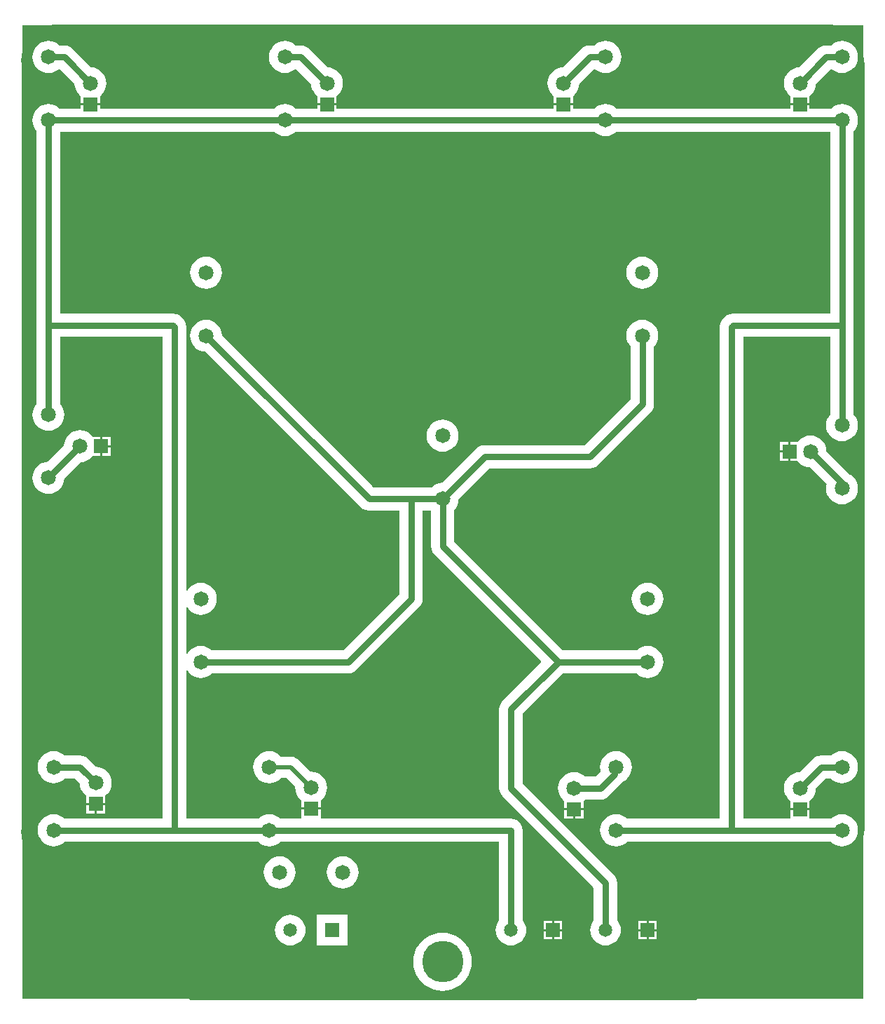
<source format=gbl>
G04*
G04 #@! TF.GenerationSoftware,Altium Limited,Altium Designer,20.1.11 (218)*
G04*
G04 Layer_Physical_Order=2*
G04 Layer_Color=16711680*
%FSLAX24Y24*%
%MOIN*%
G70*
G04*
G04 #@! TF.SameCoordinates,6E5F219A-F95A-408D-A6A4-F8ABCC739CFB*
G04*
G04*
G04 #@! TF.FilePolarity,Positive*
G04*
G01*
G75*
%ADD11C,0.0300*%
%ADD12C,0.0100*%
%ADD13C,0.0200*%
%ADD14C,0.0715*%
%ADD15R,0.0715X0.0715*%
%ADD16R,0.0715X0.0715*%
%ADD17C,0.0650*%
%ADD18R,0.0650X0.0650*%
%ADD19C,0.1969*%
G36*
X121750Y161500D02*
X81750D01*
Y207750D01*
X121750D01*
Y161500D01*
D02*
G37*
%LPC*%
G36*
X109500Y207011D02*
X109352Y206996D01*
X109209Y206953D01*
X109077Y206883D01*
X108982Y206805D01*
X108750D01*
X108750Y206805D01*
X108606Y206786D01*
X108473Y206730D01*
X108358Y206642D01*
X107474Y205758D01*
X107352Y205746D01*
X107209Y205703D01*
X107077Y205633D01*
X106962Y205538D01*
X106867Y205423D01*
X106797Y205291D01*
X106754Y205148D01*
X106739Y205000D01*
X106754Y204852D01*
X106797Y204709D01*
X106867Y204577D01*
X106962Y204462D01*
X107043Y204396D01*
Y204050D01*
X107500D01*
X107957D01*
Y204396D01*
X108038Y204462D01*
X108133Y204577D01*
X108203Y204709D01*
X108246Y204852D01*
X108258Y204974D01*
X108980Y205695D01*
X108982D01*
X109077Y205617D01*
X109209Y205547D01*
X109352Y205504D01*
X109500Y205489D01*
X109648Y205504D01*
X109791Y205547D01*
X109923Y205617D01*
X110038Y205712D01*
X110133Y205827D01*
X110203Y205959D01*
X110246Y206102D01*
X110261Y206250D01*
X110246Y206398D01*
X110203Y206541D01*
X110133Y206673D01*
X110038Y206788D01*
X109923Y206883D01*
X109791Y206953D01*
X109648Y206996D01*
X109500Y207011D01*
D02*
G37*
G36*
X120750Y207011D02*
X120602Y206996D01*
X120459Y206953D01*
X120327Y206883D01*
X120232Y206805D01*
X120000D01*
X119856Y206786D01*
X119723Y206730D01*
X119608Y206642D01*
X119608Y206642D01*
X118724Y205758D01*
X118602Y205746D01*
X118459Y205703D01*
X118327Y205633D01*
X118212Y205538D01*
X118117Y205423D01*
X118047Y205291D01*
X118004Y205148D01*
X117989Y205000D01*
X118004Y204852D01*
X118047Y204709D01*
X118117Y204577D01*
X118212Y204462D01*
X118293Y204396D01*
Y204050D01*
X118750D01*
X119207D01*
Y204396D01*
X119288Y204462D01*
X119383Y204577D01*
X119453Y204709D01*
X119496Y204852D01*
X119508Y204974D01*
X120230Y205695D01*
X120232D01*
X120327Y205617D01*
X120459Y205547D01*
X120602Y205504D01*
X120750Y205489D01*
X120898Y205504D01*
X121041Y205547D01*
X121173Y205617D01*
X121288Y205712D01*
X121383Y205827D01*
X121453Y205959D01*
X121496Y206102D01*
X121511Y206250D01*
X121496Y206398D01*
X121453Y206541D01*
X121383Y206673D01*
X121288Y206788D01*
X121173Y206883D01*
X121041Y206953D01*
X120898Y206996D01*
X120750Y207011D01*
D02*
G37*
G36*
X94250Y207011D02*
X94102Y206996D01*
X93959Y206953D01*
X93827Y206883D01*
X93712Y206788D01*
X93617Y206673D01*
X93547Y206541D01*
X93504Y206398D01*
X93489Y206250D01*
X93504Y206102D01*
X93547Y205959D01*
X93617Y205827D01*
X93712Y205712D01*
X93827Y205617D01*
X93959Y205547D01*
X94102Y205504D01*
X94250Y205489D01*
X94398Y205504D01*
X94541Y205547D01*
X94673Y205617D01*
X94768Y205695D01*
X94770D01*
X95492Y204974D01*
X95504Y204852D01*
X95547Y204709D01*
X95617Y204577D01*
X95712Y204462D01*
X95793Y204396D01*
Y204050D01*
X96250D01*
X96707D01*
Y204396D01*
X96788Y204462D01*
X96883Y204577D01*
X96953Y204709D01*
X96996Y204852D01*
X97011Y205000D01*
X96996Y205148D01*
X96953Y205291D01*
X96883Y205423D01*
X96788Y205538D01*
X96673Y205633D01*
X96541Y205703D01*
X96398Y205746D01*
X96276Y205758D01*
X95392Y206642D01*
X95277Y206730D01*
X95144Y206786D01*
X95000Y206805D01*
X94768D01*
X94673Y206883D01*
X94541Y206953D01*
X94398Y206996D01*
X94250Y207011D01*
D02*
G37*
G36*
X83000D02*
X82852Y206996D01*
X82709Y206953D01*
X82577Y206883D01*
X82462Y206788D01*
X82367Y206673D01*
X82297Y206541D01*
X82254Y206398D01*
X82239Y206250D01*
X82254Y206102D01*
X82297Y205959D01*
X82367Y205827D01*
X82462Y205712D01*
X82577Y205617D01*
X82709Y205547D01*
X82852Y205504D01*
X83000Y205489D01*
X83148Y205504D01*
X83291Y205547D01*
X83423Y205617D01*
X83518Y205695D01*
X83520D01*
X84242Y204974D01*
X84254Y204852D01*
X84297Y204709D01*
X84367Y204577D01*
X84462Y204462D01*
X84543Y204396D01*
Y204050D01*
X85000D01*
X85457D01*
Y204396D01*
X85538Y204462D01*
X85633Y204577D01*
X85703Y204709D01*
X85746Y204852D01*
X85761Y205000D01*
X85746Y205148D01*
X85703Y205291D01*
X85633Y205423D01*
X85538Y205538D01*
X85423Y205633D01*
X85291Y205703D01*
X85148Y205746D01*
X85026Y205758D01*
X84142Y206642D01*
X84027Y206730D01*
X83894Y206786D01*
X83750Y206805D01*
X83518D01*
X83423Y206883D01*
X83291Y206953D01*
X83148Y206996D01*
X83000Y207011D01*
D02*
G37*
G36*
X120750Y204011D02*
X120602Y203996D01*
X120459Y203953D01*
X120327Y203883D01*
X120232Y203805D01*
X119207D01*
Y203950D01*
X118750D01*
X118293D01*
Y203805D01*
X110018D01*
X109923Y203883D01*
X109791Y203953D01*
X109648Y203996D01*
X109500Y204011D01*
X109352Y203996D01*
X109209Y203953D01*
X109077Y203883D01*
X108982Y203805D01*
X107957D01*
Y203950D01*
X107500D01*
X107043D01*
Y203805D01*
X96707D01*
Y203950D01*
X96250D01*
X95793D01*
Y203805D01*
X94768D01*
X94673Y203883D01*
X94541Y203953D01*
X94398Y203996D01*
X94250Y204011D01*
X94102Y203996D01*
X93959Y203953D01*
X93827Y203883D01*
X93732Y203805D01*
X85457D01*
Y203950D01*
X85000D01*
X84543D01*
Y203805D01*
X83518D01*
X83423Y203883D01*
X83291Y203953D01*
X83148Y203996D01*
X83000Y204011D01*
X82852Y203996D01*
X82709Y203953D01*
X82577Y203883D01*
X82462Y203788D01*
X82367Y203673D01*
X82297Y203541D01*
X82254Y203398D01*
X82239Y203250D01*
X82254Y203102D01*
X82297Y202959D01*
X82367Y202827D01*
X82445Y202732D01*
Y193500D01*
Y189768D01*
X82367Y189673D01*
X82297Y189541D01*
X82254Y189398D01*
X82239Y189250D01*
X82254Y189102D01*
X82297Y188959D01*
X82367Y188827D01*
X82462Y188712D01*
X82577Y188617D01*
X82709Y188547D01*
X82852Y188504D01*
X83000Y188489D01*
X83148Y188504D01*
X83291Y188547D01*
X83423Y188617D01*
X83538Y188712D01*
X83633Y188827D01*
X83703Y188959D01*
X83746Y189102D01*
X83761Y189250D01*
X83746Y189398D01*
X83703Y189541D01*
X83633Y189673D01*
X83555Y189768D01*
Y192945D01*
X88445D01*
Y170055D01*
X83768D01*
X83673Y170133D01*
X83541Y170203D01*
X83398Y170246D01*
X83250Y170261D01*
X83102Y170246D01*
X82959Y170203D01*
X82827Y170133D01*
X82712Y170038D01*
X82617Y169923D01*
X82547Y169791D01*
X82504Y169648D01*
X82489Y169500D01*
X82504Y169352D01*
X82547Y169209D01*
X82617Y169077D01*
X82712Y168962D01*
X82827Y168867D01*
X82959Y168797D01*
X83102Y168754D01*
X83250Y168739D01*
X83398Y168754D01*
X83541Y168797D01*
X83673Y168867D01*
X83768Y168945D01*
X92982D01*
X93077Y168867D01*
X93209Y168797D01*
X93352Y168754D01*
X93500Y168739D01*
X93648Y168754D01*
X93791Y168797D01*
X93923Y168867D01*
X94018Y168945D01*
X104445D01*
Y165217D01*
X104394Y165155D01*
X104327Y165029D01*
X104286Y164892D01*
X104272Y164750D01*
X104286Y164608D01*
X104327Y164471D01*
X104394Y164345D01*
X104485Y164235D01*
X104595Y164144D01*
X104721Y164077D01*
X104858Y164036D01*
X105000Y164022D01*
X105142Y164036D01*
X105279Y164077D01*
X105405Y164144D01*
X105515Y164235D01*
X105606Y164345D01*
X105673Y164471D01*
X105714Y164608D01*
X105728Y164750D01*
X105714Y164892D01*
X105673Y165029D01*
X105606Y165155D01*
X105555Y165217D01*
Y169500D01*
X105536Y169644D01*
X105480Y169777D01*
X105392Y169892D01*
X105277Y169980D01*
X105144Y170036D01*
X105000Y170055D01*
X96001D01*
X95957Y170071D01*
X95957Y170105D01*
Y170478D01*
X95500D01*
X95043D01*
Y170105D01*
X95043Y170071D01*
X94999Y170055D01*
X94018D01*
X93923Y170133D01*
X93791Y170203D01*
X93648Y170246D01*
X93500Y170261D01*
X93352Y170246D01*
X93209Y170203D01*
X93077Y170133D01*
X92982Y170055D01*
X89555D01*
Y177091D01*
X89603Y177104D01*
X89617Y177077D01*
X89712Y176962D01*
X89827Y176867D01*
X89959Y176797D01*
X90102Y176754D01*
X90250Y176739D01*
X90398Y176754D01*
X90541Y176797D01*
X90673Y176867D01*
X90768Y176945D01*
X97250D01*
X97394Y176964D01*
X97527Y177020D01*
X97642Y177108D01*
X100642Y180108D01*
X100642Y180108D01*
X100730Y180223D01*
X100786Y180356D01*
X100805Y180500D01*
X100805Y180500D01*
Y184695D01*
X101195D01*
Y183000D01*
X101214Y182856D01*
X101270Y182723D01*
X101358Y182608D01*
X106465Y177500D01*
X104608Y175642D01*
X104520Y175527D01*
X104464Y175394D01*
X104445Y175250D01*
Y171500D01*
X104464Y171356D01*
X104520Y171223D01*
X104608Y171108D01*
X108945Y166770D01*
Y165217D01*
X108894Y165155D01*
X108827Y165029D01*
X108786Y164892D01*
X108772Y164750D01*
X108786Y164608D01*
X108827Y164471D01*
X108894Y164345D01*
X108985Y164235D01*
X109095Y164144D01*
X109221Y164077D01*
X109358Y164036D01*
X109500Y164022D01*
X109642Y164036D01*
X109779Y164077D01*
X109905Y164144D01*
X110015Y164235D01*
X110106Y164345D01*
X110173Y164471D01*
X110214Y164608D01*
X110228Y164750D01*
X110214Y164892D01*
X110173Y165029D01*
X110106Y165155D01*
X110055Y165217D01*
Y167000D01*
X110036Y167144D01*
X109980Y167277D01*
X109892Y167392D01*
X105555Y171730D01*
Y175020D01*
X107480Y176945D01*
X110982D01*
X111077Y176867D01*
X111209Y176797D01*
X111352Y176754D01*
X111500Y176739D01*
X111648Y176754D01*
X111791Y176797D01*
X111923Y176867D01*
X112038Y176962D01*
X112133Y177077D01*
X112203Y177209D01*
X112246Y177352D01*
X112261Y177500D01*
X112246Y177648D01*
X112203Y177791D01*
X112133Y177923D01*
X112038Y178038D01*
X111923Y178133D01*
X111791Y178203D01*
X111648Y178246D01*
X111500Y178261D01*
X111352Y178246D01*
X111209Y178203D01*
X111077Y178133D01*
X110982Y178055D01*
X107480D01*
X102305Y183230D01*
Y184732D01*
X102383Y184827D01*
X102453Y184959D01*
X102496Y185102D01*
X102508Y185224D01*
X103980Y186695D01*
X108750D01*
X108894Y186714D01*
X109027Y186770D01*
X109142Y186858D01*
X111642Y189358D01*
X111730Y189473D01*
X111786Y189606D01*
X111805Y189750D01*
X111805Y189750D01*
Y192482D01*
X111883Y192577D01*
X111953Y192709D01*
X111996Y192852D01*
X112011Y193000D01*
X111996Y193148D01*
X111953Y193291D01*
X111883Y193423D01*
X111788Y193538D01*
X111673Y193633D01*
X111541Y193703D01*
X111398Y193746D01*
X111250Y193761D01*
X111102Y193746D01*
X110959Y193703D01*
X110827Y193633D01*
X110712Y193538D01*
X110617Y193423D01*
X110547Y193291D01*
X110504Y193148D01*
X110489Y193000D01*
X110504Y192852D01*
X110547Y192709D01*
X110617Y192577D01*
X110695Y192482D01*
Y189980D01*
X108520Y187805D01*
X103750D01*
X103606Y187786D01*
X103473Y187730D01*
X103358Y187642D01*
X101724Y186008D01*
X101602Y185996D01*
X101459Y185953D01*
X101327Y185883D01*
X101232Y185805D01*
X98480D01*
X91258Y193026D01*
X91246Y193148D01*
X91203Y193291D01*
X91133Y193423D01*
X91038Y193538D01*
X90923Y193633D01*
X90791Y193703D01*
X90648Y193746D01*
X90500Y193761D01*
X90352Y193746D01*
X90209Y193703D01*
X90077Y193633D01*
X89962Y193538D01*
X89867Y193423D01*
X89797Y193291D01*
X89754Y193148D01*
X89739Y193000D01*
X89754Y192852D01*
X89797Y192709D01*
X89867Y192577D01*
X89962Y192462D01*
X90077Y192367D01*
X90209Y192297D01*
X90352Y192254D01*
X90474Y192242D01*
X97858Y184858D01*
X97973Y184770D01*
X98106Y184714D01*
X98250Y184695D01*
X99695D01*
Y180730D01*
X97020Y178055D01*
X90768D01*
X90673Y178133D01*
X90541Y178203D01*
X90398Y178246D01*
X90250Y178261D01*
X90102Y178246D01*
X89959Y178203D01*
X89827Y178133D01*
X89712Y178038D01*
X89617Y177923D01*
X89603Y177896D01*
X89555Y177909D01*
Y180091D01*
X89603Y180104D01*
X89617Y180077D01*
X89712Y179962D01*
X89827Y179867D01*
X89959Y179797D01*
X90102Y179754D01*
X90250Y179739D01*
X90398Y179754D01*
X90541Y179797D01*
X90673Y179867D01*
X90788Y179962D01*
X90883Y180077D01*
X90953Y180209D01*
X90996Y180352D01*
X91011Y180500D01*
X90996Y180648D01*
X90953Y180791D01*
X90883Y180923D01*
X90788Y181038D01*
X90673Y181133D01*
X90541Y181203D01*
X90398Y181246D01*
X90250Y181261D01*
X90102Y181246D01*
X89959Y181203D01*
X89827Y181133D01*
X89712Y181038D01*
X89617Y180923D01*
X89603Y180896D01*
X89555Y180909D01*
Y193441D01*
X89536Y193585D01*
X89480Y193719D01*
X89392Y193834D01*
X89359Y193859D01*
X89334Y193892D01*
X89219Y193980D01*
X89085Y194036D01*
X88941Y194055D01*
X83555D01*
Y202695D01*
X93732D01*
X93827Y202617D01*
X93959Y202547D01*
X94102Y202504D01*
X94250Y202489D01*
X94398Y202504D01*
X94541Y202547D01*
X94673Y202617D01*
X94768Y202695D01*
X108982D01*
X109077Y202617D01*
X109209Y202547D01*
X109352Y202504D01*
X109500Y202489D01*
X109648Y202504D01*
X109791Y202547D01*
X109923Y202617D01*
X110018Y202695D01*
X120195D01*
Y194055D01*
X115559D01*
X115415Y194036D01*
X115281Y193980D01*
X115166Y193892D01*
X115141Y193859D01*
X115108Y193834D01*
X115020Y193719D01*
X114964Y193585D01*
X114945Y193441D01*
Y170055D01*
X110518D01*
X110423Y170133D01*
X110291Y170203D01*
X110148Y170246D01*
X110000Y170261D01*
X109852Y170246D01*
X109709Y170203D01*
X109577Y170133D01*
X109462Y170038D01*
X109367Y169923D01*
X109297Y169791D01*
X109254Y169648D01*
X109239Y169500D01*
X109254Y169352D01*
X109297Y169209D01*
X109367Y169077D01*
X109462Y168962D01*
X109577Y168867D01*
X109709Y168797D01*
X109852Y168754D01*
X110000Y168739D01*
X110148Y168754D01*
X110291Y168797D01*
X110423Y168867D01*
X110518Y168945D01*
X120232D01*
X120327Y168867D01*
X120459Y168797D01*
X120602Y168754D01*
X120750Y168739D01*
X120898Y168754D01*
X121041Y168797D01*
X121173Y168867D01*
X121288Y168962D01*
X121383Y169077D01*
X121453Y169209D01*
X121496Y169352D01*
X121511Y169500D01*
X121496Y169648D01*
X121453Y169791D01*
X121383Y169923D01*
X121288Y170038D01*
X121173Y170133D01*
X121041Y170203D01*
X120898Y170246D01*
X120750Y170261D01*
X120602Y170246D01*
X120459Y170203D01*
X120327Y170133D01*
X120232Y170055D01*
X119207D01*
Y170450D01*
X118750D01*
X118293D01*
Y170055D01*
X116055D01*
Y192945D01*
X120195D01*
Y189268D01*
X120117Y189173D01*
X120047Y189041D01*
X120004Y188898D01*
X119989Y188750D01*
X120004Y188602D01*
X120047Y188459D01*
X120117Y188327D01*
X120212Y188212D01*
X120327Y188117D01*
X120459Y188047D01*
X120602Y188004D01*
X120750Y187989D01*
X120898Y188004D01*
X121041Y188047D01*
X121173Y188117D01*
X121288Y188212D01*
X121383Y188327D01*
X121453Y188459D01*
X121496Y188602D01*
X121511Y188750D01*
X121496Y188898D01*
X121453Y189041D01*
X121383Y189173D01*
X121305Y189268D01*
Y193500D01*
Y202732D01*
X121383Y202827D01*
X121453Y202959D01*
X121496Y203102D01*
X121511Y203250D01*
X121496Y203398D01*
X121453Y203541D01*
X121383Y203673D01*
X121288Y203788D01*
X121173Y203883D01*
X121041Y203953D01*
X120898Y203996D01*
X120750Y204011D01*
D02*
G37*
G36*
X111250Y196761D02*
X111102Y196746D01*
X110959Y196703D01*
X110827Y196633D01*
X110712Y196538D01*
X110617Y196423D01*
X110547Y196291D01*
X110504Y196148D01*
X110489Y196000D01*
X110504Y195852D01*
X110547Y195709D01*
X110617Y195577D01*
X110712Y195462D01*
X110827Y195367D01*
X110959Y195297D01*
X111102Y195254D01*
X111250Y195239D01*
X111398Y195254D01*
X111541Y195297D01*
X111673Y195367D01*
X111788Y195462D01*
X111883Y195577D01*
X111953Y195709D01*
X111996Y195852D01*
X112011Y196000D01*
X111996Y196148D01*
X111953Y196291D01*
X111883Y196423D01*
X111788Y196538D01*
X111673Y196633D01*
X111541Y196703D01*
X111398Y196746D01*
X111250Y196761D01*
D02*
G37*
G36*
X90500D02*
X90352Y196746D01*
X90209Y196703D01*
X90077Y196633D01*
X89962Y196538D01*
X89867Y196423D01*
X89797Y196291D01*
X89754Y196148D01*
X89739Y196000D01*
X89754Y195852D01*
X89797Y195709D01*
X89867Y195577D01*
X89962Y195462D01*
X90077Y195367D01*
X90209Y195297D01*
X90352Y195254D01*
X90500Y195239D01*
X90648Y195254D01*
X90791Y195297D01*
X90923Y195367D01*
X91038Y195462D01*
X91133Y195577D01*
X91203Y195709D01*
X91246Y195852D01*
X91261Y196000D01*
X91246Y196148D01*
X91203Y196291D01*
X91133Y196423D01*
X91038Y196538D01*
X90923Y196633D01*
X90791Y196703D01*
X90648Y196746D01*
X90500Y196761D01*
D02*
G37*
G36*
X85957Y188207D02*
X85550D01*
Y187800D01*
X85957D01*
Y188207D01*
D02*
G37*
G36*
X118200Y187957D02*
X117793D01*
Y187550D01*
X118200D01*
Y187957D01*
D02*
G37*
G36*
X101750Y189011D02*
X101602Y188996D01*
X101459Y188953D01*
X101327Y188883D01*
X101212Y188788D01*
X101117Y188673D01*
X101047Y188541D01*
X101004Y188398D01*
X100989Y188250D01*
X101004Y188102D01*
X101047Y187959D01*
X101117Y187827D01*
X101212Y187712D01*
X101327Y187617D01*
X101459Y187547D01*
X101602Y187504D01*
X101750Y187489D01*
X101898Y187504D01*
X102041Y187547D01*
X102173Y187617D01*
X102288Y187712D01*
X102383Y187827D01*
X102453Y187959D01*
X102496Y188102D01*
X102511Y188250D01*
X102496Y188398D01*
X102453Y188541D01*
X102383Y188673D01*
X102288Y188788D01*
X102173Y188883D01*
X102041Y188953D01*
X101898Y188996D01*
X101750Y189011D01*
D02*
G37*
G36*
X85957Y187700D02*
X85550D01*
Y187293D01*
X85957D01*
Y187700D01*
D02*
G37*
G36*
X118200Y187450D02*
X117793D01*
Y187043D01*
X118200D01*
Y187450D01*
D02*
G37*
G36*
X84500Y188511D02*
X84352Y188496D01*
X84209Y188453D01*
X84077Y188383D01*
X83962Y188288D01*
X83867Y188173D01*
X83797Y188041D01*
X83754Y187898D01*
X83742Y187776D01*
X82974Y187008D01*
X82852Y186996D01*
X82709Y186953D01*
X82577Y186883D01*
X82462Y186788D01*
X82367Y186673D01*
X82297Y186541D01*
X82254Y186398D01*
X82239Y186250D01*
X82254Y186102D01*
X82297Y185959D01*
X82367Y185827D01*
X82462Y185712D01*
X82577Y185617D01*
X82709Y185547D01*
X82852Y185504D01*
X83000Y185489D01*
X83148Y185504D01*
X83291Y185547D01*
X83423Y185617D01*
X83538Y185712D01*
X83633Y185827D01*
X83703Y185959D01*
X83746Y186102D01*
X83758Y186224D01*
X84526Y186992D01*
X84648Y187004D01*
X84791Y187047D01*
X84923Y187117D01*
X85038Y187212D01*
X85104Y187293D01*
X85450D01*
Y187750D01*
Y188207D01*
X85104D01*
X85038Y188288D01*
X84923Y188383D01*
X84791Y188453D01*
X84648Y188496D01*
X84500Y188511D01*
D02*
G37*
G36*
X119250Y188261D02*
X119102Y188246D01*
X118959Y188203D01*
X118827Y188133D01*
X118712Y188038D01*
X118646Y187957D01*
X118300D01*
Y187500D01*
Y187043D01*
X118646D01*
X118712Y186962D01*
X118827Y186867D01*
X118959Y186797D01*
X119102Y186754D01*
X119224Y186742D01*
X120018Y185947D01*
X120004Y185898D01*
X119989Y185750D01*
X120004Y185602D01*
X120047Y185459D01*
X120117Y185327D01*
X120212Y185212D01*
X120327Y185117D01*
X120459Y185047D01*
X120602Y185004D01*
X120750Y184989D01*
X120898Y185004D01*
X121041Y185047D01*
X121173Y185117D01*
X121288Y185212D01*
X121383Y185327D01*
X121453Y185459D01*
X121496Y185602D01*
X121511Y185750D01*
X121496Y185898D01*
X121453Y186041D01*
X121383Y186173D01*
X121288Y186288D01*
X121173Y186383D01*
X121128Y186407D01*
X120008Y187526D01*
X119996Y187648D01*
X119953Y187791D01*
X119883Y187923D01*
X119788Y188038D01*
X119673Y188133D01*
X119541Y188203D01*
X119398Y188246D01*
X119250Y188261D01*
D02*
G37*
G36*
X111500Y181261D02*
X111352Y181246D01*
X111209Y181203D01*
X111077Y181133D01*
X110962Y181038D01*
X110867Y180923D01*
X110797Y180791D01*
X110754Y180648D01*
X110739Y180500D01*
X110754Y180352D01*
X110797Y180209D01*
X110867Y180077D01*
X110962Y179962D01*
X111077Y179867D01*
X111209Y179797D01*
X111352Y179754D01*
X111500Y179739D01*
X111648Y179754D01*
X111791Y179797D01*
X111923Y179867D01*
X112038Y179962D01*
X112133Y180077D01*
X112203Y180209D01*
X112246Y180352D01*
X112261Y180500D01*
X112246Y180648D01*
X112203Y180791D01*
X112133Y180923D01*
X112038Y181038D01*
X111923Y181133D01*
X111791Y181203D01*
X111648Y181246D01*
X111500Y181261D01*
D02*
G37*
G36*
X120750Y173261D02*
X120602Y173246D01*
X120459Y173203D01*
X120327Y173133D01*
X120232Y173055D01*
X119750D01*
X119750Y173055D01*
X119606Y173036D01*
X119473Y172980D01*
X119358Y172892D01*
X118724Y172258D01*
X118602Y172246D01*
X118459Y172203D01*
X118327Y172133D01*
X118212Y172038D01*
X118117Y171923D01*
X118047Y171791D01*
X118004Y171648D01*
X117989Y171500D01*
X118004Y171352D01*
X118047Y171209D01*
X118117Y171077D01*
X118212Y170962D01*
X118293Y170896D01*
Y170550D01*
X118750D01*
X119207D01*
Y170896D01*
X119288Y170962D01*
X119383Y171077D01*
X119453Y171209D01*
X119496Y171352D01*
X119508Y171474D01*
X119980Y171945D01*
X120232D01*
X120327Y171867D01*
X120459Y171797D01*
X120602Y171754D01*
X120750Y171739D01*
X120898Y171754D01*
X121041Y171797D01*
X121173Y171867D01*
X121288Y171962D01*
X121383Y172077D01*
X121453Y172209D01*
X121496Y172352D01*
X121511Y172500D01*
X121496Y172648D01*
X121453Y172791D01*
X121383Y172923D01*
X121288Y173038D01*
X121173Y173133D01*
X121041Y173203D01*
X120898Y173246D01*
X120750Y173261D01*
D02*
G37*
G36*
X110000D02*
X109852Y173246D01*
X109709Y173203D01*
X109577Y173133D01*
X109462Y173038D01*
X109367Y172923D01*
X109297Y172791D01*
X109254Y172648D01*
X109239Y172500D01*
X109254Y172352D01*
X109268Y172303D01*
X109020Y172055D01*
X108518D01*
X108423Y172133D01*
X108291Y172203D01*
X108148Y172246D01*
X108000Y172261D01*
X107852Y172246D01*
X107709Y172203D01*
X107577Y172133D01*
X107462Y172038D01*
X107367Y171923D01*
X107297Y171791D01*
X107254Y171648D01*
X107239Y171500D01*
X107254Y171352D01*
X107297Y171209D01*
X107367Y171077D01*
X107462Y170962D01*
X107543Y170896D01*
Y170550D01*
X108000D01*
X108457D01*
Y170896D01*
X108518Y170945D01*
X109250D01*
X109394Y170964D01*
X109527Y171020D01*
X109642Y171108D01*
X110313Y171778D01*
X110313Y171778D01*
X110352Y171830D01*
X110423Y171867D01*
X110538Y171962D01*
X110633Y172077D01*
X110703Y172209D01*
X110746Y172352D01*
X110761Y172500D01*
X110746Y172648D01*
X110703Y172791D01*
X110633Y172923D01*
X110538Y173038D01*
X110423Y173133D01*
X110291Y173203D01*
X110148Y173246D01*
X110000Y173261D01*
D02*
G37*
G36*
X83250D02*
X83102Y173246D01*
X82959Y173203D01*
X82827Y173133D01*
X82712Y173038D01*
X82617Y172923D01*
X82547Y172791D01*
X82504Y172648D01*
X82489Y172500D01*
X82504Y172352D01*
X82547Y172209D01*
X82617Y172077D01*
X82712Y171962D01*
X82827Y171867D01*
X82959Y171797D01*
X83102Y171754D01*
X83250Y171739D01*
X83398Y171754D01*
X83541Y171797D01*
X83673Y171867D01*
X83768Y171945D01*
X84270D01*
X84492Y171724D01*
X84504Y171602D01*
X84547Y171459D01*
X84617Y171327D01*
X84712Y171212D01*
X84793Y171146D01*
Y170800D01*
X85250D01*
X85707D01*
Y171146D01*
X85788Y171212D01*
X85883Y171327D01*
X85953Y171459D01*
X85996Y171602D01*
X86011Y171750D01*
X85996Y171898D01*
X85953Y172041D01*
X85883Y172173D01*
X85788Y172288D01*
X85673Y172383D01*
X85541Y172453D01*
X85398Y172496D01*
X85276Y172508D01*
X84892Y172892D01*
X84777Y172980D01*
X84644Y173036D01*
X84500Y173055D01*
X83768D01*
X83673Y173133D01*
X83541Y173203D01*
X83398Y173246D01*
X83250Y173261D01*
D02*
G37*
G36*
X93500D02*
X93352Y173246D01*
X93209Y173203D01*
X93077Y173133D01*
X92962Y173038D01*
X92867Y172923D01*
X92797Y172791D01*
X92754Y172648D01*
X92739Y172500D01*
X92754Y172352D01*
X92797Y172209D01*
X92867Y172077D01*
X92962Y171962D01*
X93077Y171867D01*
X93209Y171797D01*
X93352Y171754D01*
X93500Y171739D01*
X93648Y171754D01*
X93791Y171797D01*
X93923Y171867D01*
X94038Y171962D01*
X94066Y171996D01*
X94319D01*
X94743Y171572D01*
X94739Y171528D01*
X94754Y171380D01*
X94797Y171237D01*
X94867Y171105D01*
X94962Y170990D01*
X95043Y170924D01*
Y170578D01*
X95500D01*
X95957D01*
Y170924D01*
X96038Y170990D01*
X96133Y171105D01*
X96203Y171237D01*
X96246Y171380D01*
X96261Y171528D01*
X96246Y171677D01*
X96203Y171819D01*
X96133Y171951D01*
X96038Y172066D01*
X95923Y172161D01*
X95791Y172231D01*
X95648Y172274D01*
X95500Y172289D01*
X95457Y172285D01*
X94885Y172857D01*
X94780Y172937D01*
X94659Y172987D01*
X94528Y173004D01*
X94066D01*
X94038Y173038D01*
X93923Y173133D01*
X93791Y173203D01*
X93648Y173246D01*
X93500Y173261D01*
D02*
G37*
G36*
X85707Y170700D02*
X85300D01*
Y170293D01*
X85707D01*
Y170700D01*
D02*
G37*
G36*
X85200D02*
X84793D01*
Y170293D01*
X85200D01*
Y170700D01*
D02*
G37*
G36*
X108457Y170450D02*
X108050D01*
Y170043D01*
X108457D01*
Y170450D01*
D02*
G37*
G36*
X107950D02*
X107543D01*
Y170043D01*
X107950D01*
Y170450D01*
D02*
G37*
G36*
X97000Y168261D02*
X96852Y168246D01*
X96709Y168203D01*
X96577Y168133D01*
X96462Y168038D01*
X96367Y167923D01*
X96297Y167791D01*
X96254Y167648D01*
X96239Y167500D01*
X96254Y167352D01*
X96297Y167209D01*
X96367Y167077D01*
X96462Y166962D01*
X96577Y166867D01*
X96709Y166797D01*
X96852Y166754D01*
X97000Y166739D01*
X97148Y166754D01*
X97291Y166797D01*
X97423Y166867D01*
X97538Y166962D01*
X97633Y167077D01*
X97703Y167209D01*
X97746Y167352D01*
X97761Y167500D01*
X97746Y167648D01*
X97703Y167791D01*
X97633Y167923D01*
X97538Y168038D01*
X97423Y168133D01*
X97291Y168203D01*
X97148Y168246D01*
X97000Y168261D01*
D02*
G37*
G36*
X94000D02*
X93852Y168246D01*
X93709Y168203D01*
X93577Y168133D01*
X93462Y168038D01*
X93367Y167923D01*
X93297Y167791D01*
X93254Y167648D01*
X93239Y167500D01*
X93254Y167352D01*
X93297Y167209D01*
X93367Y167077D01*
X93462Y166962D01*
X93577Y166867D01*
X93709Y166797D01*
X93852Y166754D01*
X94000Y166739D01*
X94148Y166754D01*
X94291Y166797D01*
X94423Y166867D01*
X94538Y166962D01*
X94633Y167077D01*
X94703Y167209D01*
X94746Y167352D01*
X94761Y167500D01*
X94746Y167648D01*
X94703Y167791D01*
X94633Y167923D01*
X94538Y168038D01*
X94423Y168133D01*
X94291Y168203D01*
X94148Y168246D01*
X94000Y168261D01*
D02*
G37*
G36*
X111925Y165175D02*
X111550D01*
Y164800D01*
X111925D01*
Y165175D01*
D02*
G37*
G36*
X107425D02*
X107050D01*
Y164800D01*
X107425D01*
Y165175D01*
D02*
G37*
G36*
X111450D02*
X111075D01*
Y164800D01*
X111450D01*
Y165175D01*
D02*
G37*
G36*
X106950D02*
X106575D01*
Y164800D01*
X106950D01*
Y165175D01*
D02*
G37*
G36*
X111925Y164700D02*
X111550D01*
Y164325D01*
X111925D01*
Y164700D01*
D02*
G37*
G36*
X111450D02*
X111075D01*
Y164325D01*
X111450D01*
Y164700D01*
D02*
G37*
G36*
X107425D02*
X107050D01*
Y164325D01*
X107425D01*
Y164700D01*
D02*
G37*
G36*
X106950D02*
X106575D01*
Y164325D01*
X106950D01*
Y164700D01*
D02*
G37*
G36*
X97225Y165475D02*
X95775D01*
Y164025D01*
X97225D01*
Y165475D01*
D02*
G37*
G36*
X94500Y165478D02*
X94358Y165464D01*
X94221Y165423D01*
X94095Y165356D01*
X93985Y165265D01*
X93894Y165155D01*
X93827Y165029D01*
X93786Y164892D01*
X93772Y164750D01*
X93786Y164608D01*
X93827Y164471D01*
X93894Y164345D01*
X93985Y164235D01*
X94095Y164144D01*
X94221Y164077D01*
X94358Y164036D01*
X94500Y164022D01*
X94642Y164036D01*
X94779Y164077D01*
X94905Y164144D01*
X95015Y164235D01*
X95106Y164345D01*
X95173Y164471D01*
X95214Y164608D01*
X95228Y164750D01*
X95214Y164892D01*
X95173Y165029D01*
X95106Y165155D01*
X95015Y165265D01*
X94905Y165356D01*
X94779Y165423D01*
X94642Y165464D01*
X94500Y165478D01*
D02*
G37*
G36*
X101750Y164639D02*
X101533Y164621D01*
X101321Y164571D01*
X101120Y164487D01*
X100934Y164373D01*
X100768Y164232D01*
X100627Y164066D01*
X100513Y163880D01*
X100429Y163679D01*
X100379Y163467D01*
X100361Y163250D01*
X100379Y163033D01*
X100429Y162821D01*
X100513Y162620D01*
X100627Y162434D01*
X100768Y162268D01*
X100934Y162127D01*
X101120Y162013D01*
X101321Y161929D01*
X101533Y161879D01*
X101750Y161861D01*
X101967Y161879D01*
X102179Y161929D01*
X102380Y162013D01*
X102566Y162127D01*
X102732Y162268D01*
X102873Y162434D01*
X102987Y162620D01*
X103071Y162821D01*
X103121Y163033D01*
X103139Y163250D01*
X103121Y163467D01*
X103071Y163679D01*
X102987Y163880D01*
X102873Y164066D01*
X102732Y164232D01*
X102566Y164373D01*
X102380Y164487D01*
X102179Y164571D01*
X101967Y164621D01*
X101750Y164639D01*
D02*
G37*
%LPD*%
D11*
X108000Y171500D02*
X109250D01*
X98250Y185250D02*
X100250D01*
X111250Y189750D02*
Y193000D01*
X120750Y193500D02*
Y203250D01*
X83250Y169500D02*
X89000D01*
X107500Y205000D02*
X108750Y206250D01*
X101750Y183000D02*
Y185250D01*
X109500Y164750D02*
Y167000D01*
X115500Y169500D02*
Y193441D01*
X83000Y186250D02*
X84500Y187750D01*
X83750Y206250D02*
X85000Y205000D01*
X118750Y171500D02*
X119750Y172500D01*
X109921Y172171D02*
Y172421D01*
X100250Y180500D02*
Y185250D01*
X101750D02*
X103750Y187250D01*
X107250Y177500D02*
X111500D01*
X115500Y169500D02*
X120750D01*
X105000Y164750D02*
Y169500D01*
X94250Y206250D02*
X95000D01*
X94250Y203250D02*
X109500D01*
X100250Y185250D02*
X101750D01*
X90500Y193000D02*
X98250Y185250D01*
X110000Y169500D02*
X115500D01*
X83000Y189250D02*
Y193500D01*
X120000Y206250D02*
X120750D01*
X84500Y172500D02*
X85250Y171750D01*
X90250Y177500D02*
X97250D01*
X83000Y193500D02*
X88941D01*
X105000Y171500D02*
Y175250D01*
X119250Y187500D02*
X120750Y186000D01*
X83000Y206250D02*
X83750D01*
X119750Y172500D02*
X120750D01*
X109250Y171500D02*
X109921Y172171D01*
X97250Y177500D02*
X100250Y180500D01*
X108750Y187250D02*
X111250Y189750D01*
X103750Y187250D02*
X108750D01*
X120750Y188750D02*
Y193500D01*
X93500Y169500D02*
X105000D01*
X108750Y206250D02*
X109500D01*
X109500Y203250D02*
X120750D01*
X101750Y183000D02*
X107250Y177500D01*
X89000Y169500D02*
X93500D01*
X105000Y171500D02*
X109500Y167000D01*
X83000Y193500D02*
Y203250D01*
X118750Y205000D02*
X120000Y206250D01*
X83250Y172500D02*
X84500D01*
X109921Y172421D02*
X110000Y172500D01*
X89000Y169500D02*
Y193441D01*
X105000Y175250D02*
X107250Y177500D01*
X115559Y193500D02*
X120750D01*
X95000Y206250D02*
X96250Y205000D01*
X83000Y203250D02*
X94250D01*
D12*
X120750Y188750D02*
X120750Y188750D01*
X88941Y193500D02*
X89000Y193441D01*
X115500D02*
X115559Y193500D01*
X120750Y185750D02*
Y186000D01*
X81750Y169500D02*
G03*
X83500Y167750I1708J-42D01*
G01*
X120000D02*
G03*
X121750Y169500I42J1708D01*
G01*
Y206000D02*
G03*
X120000Y207750I-1708J42D01*
G01*
X83500D02*
G03*
X81750Y206000I-42J-1708D01*
G01*
X83500Y207750D02*
X120000D01*
X89750Y161500D02*
X113750D01*
X83500Y167750D02*
X89750Y161500D01*
X113750D02*
X120000Y167750D01*
X121750Y169500D02*
Y206000D01*
X81750Y169500D02*
Y206000D01*
D13*
X94528Y172500D02*
X95500Y171528D01*
X93500Y172500D02*
X94528D01*
D14*
X83000Y206250D02*
D03*
Y203250D02*
D03*
X96250Y205000D02*
D03*
X118750Y171500D02*
D03*
X85250Y171750D02*
D03*
X118750Y205000D02*
D03*
X119250Y187500D02*
D03*
X95500Y171528D02*
D03*
X85000Y205000D02*
D03*
X84500Y187750D02*
D03*
X107500Y205000D02*
D03*
X108000Y171500D02*
D03*
X94250Y203250D02*
D03*
Y206250D02*
D03*
X120750Y172500D02*
D03*
Y169500D02*
D03*
X83250D02*
D03*
Y172500D02*
D03*
X90250Y177500D02*
D03*
Y180500D02*
D03*
X97000Y167500D02*
D03*
X94000D02*
D03*
X101750Y185250D02*
D03*
Y188250D02*
D03*
X111500Y177500D02*
D03*
Y180500D02*
D03*
X111250Y193000D02*
D03*
Y196000D02*
D03*
X90500Y193000D02*
D03*
Y196000D02*
D03*
X120750Y203250D02*
D03*
X120750Y206250D02*
D03*
X120750Y188750D02*
D03*
Y185750D02*
D03*
X93500Y169500D02*
D03*
Y172500D02*
D03*
X83000Y189250D02*
D03*
Y186250D02*
D03*
X109500Y203250D02*
D03*
Y206250D02*
D03*
X110000Y169500D02*
D03*
Y172500D02*
D03*
D15*
X96250Y204000D02*
D03*
X118750Y170500D02*
D03*
X85250Y170750D02*
D03*
X118750Y204000D02*
D03*
X95500Y170528D02*
D03*
X85000Y204000D02*
D03*
X107500Y204000D02*
D03*
X108000Y170500D02*
D03*
D16*
X118250Y187500D02*
D03*
X85500Y187750D02*
D03*
D17*
X109500Y164750D02*
D03*
X94500D02*
D03*
X105000D02*
D03*
D18*
X111500D02*
D03*
X96500D02*
D03*
X107000D02*
D03*
D19*
X101750Y163250D02*
D03*
M02*

</source>
